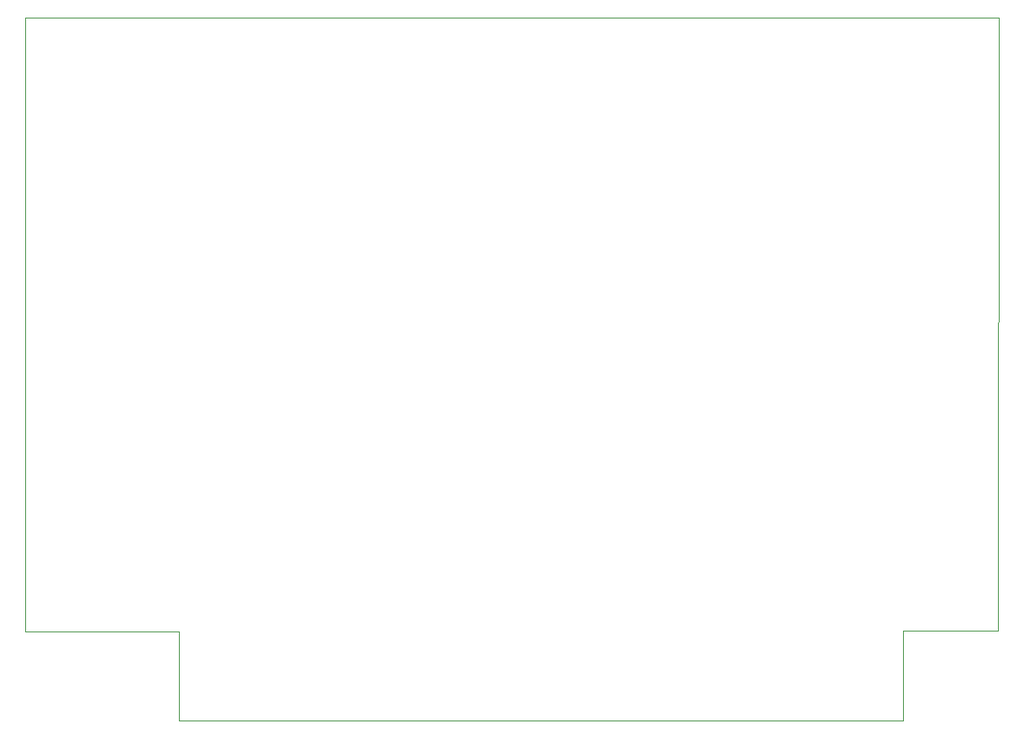
<source format=gbr>
%TF.GenerationSoftware,KiCad,Pcbnew,6.0.2+dfsg-1*%
%TF.CreationDate,2022-12-17T17:05:09+00:00*%
%TF.ProjectId,Mouse,4d6f7573-652e-46b6-9963-61645f706362,rev?*%
%TF.SameCoordinates,Original*%
%TF.FileFunction,Profile,NP*%
%FSLAX46Y46*%
G04 Gerber Fmt 4.6, Leading zero omitted, Abs format (unit mm)*
G04 Created by KiCad (PCBNEW 6.0.2+dfsg-1) date 2022-12-17 17:05:09*
%MOMM*%
%LPD*%
G01*
G04 APERTURE LIST*
%TA.AperFunction,Profile*%
%ADD10C,0.100000*%
%TD*%
G04 APERTURE END LIST*
D10*
X187975000Y-153325000D02*
X187975000Y-144325000D01*
X99525000Y-130100000D02*
X99550000Y-144375000D01*
X99775000Y-82500000D02*
X99500000Y-82500000D01*
X197675000Y-82525000D02*
X99775000Y-82500000D01*
X197600000Y-144300000D02*
X197675000Y-82525000D01*
X99500000Y-82500000D02*
X99500000Y-95475000D01*
X187975000Y-144325000D02*
X197600000Y-144325000D01*
X197600000Y-144325000D02*
X197600000Y-144300000D01*
X99550000Y-144375000D02*
X115050000Y-144375000D01*
X115025000Y-153400000D02*
X187975000Y-153325000D01*
X115050000Y-144375000D02*
X115025000Y-153400000D01*
X99500000Y-95475000D02*
X99525000Y-130100000D01*
M02*

</source>
